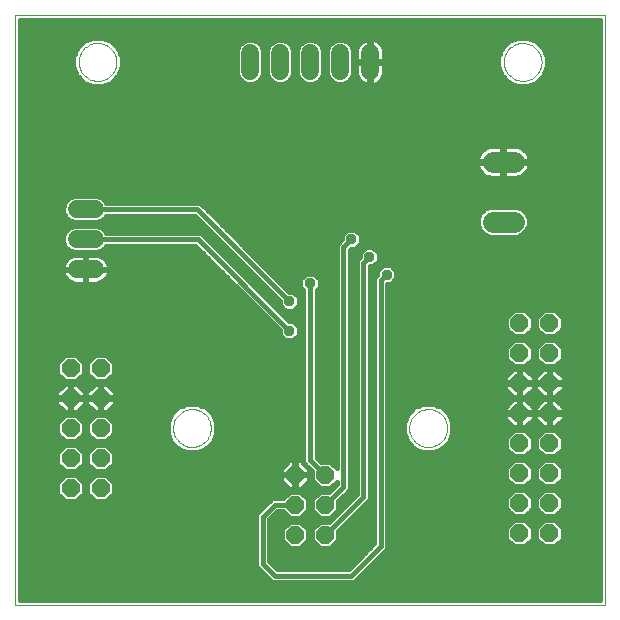
<source format=gbl>
G75*
G70*
%OFA0B0*%
%FSLAX24Y24*%
%IPPOS*%
%LPD*%
%AMOC8*
5,1,8,0,0,1.08239X$1,22.5*
%
%ADD10C,0.0000*%
%ADD11OC8,0.0600*%
%ADD12C,0.0600*%
%ADD13C,0.0705*%
%ADD14C,0.0160*%
%ADD15OC8,0.0356*%
D10*
X000574Y000574D02*
X020259Y000574D01*
X020259Y020259D01*
X000574Y020259D01*
X000574Y000574D01*
X005849Y006479D02*
X005851Y006529D01*
X005857Y006579D01*
X005867Y006628D01*
X005881Y006676D01*
X005898Y006723D01*
X005919Y006768D01*
X005944Y006812D01*
X005972Y006853D01*
X006004Y006892D01*
X006038Y006929D01*
X006075Y006963D01*
X006115Y006993D01*
X006157Y007020D01*
X006201Y007044D01*
X006247Y007065D01*
X006294Y007081D01*
X006342Y007094D01*
X006392Y007103D01*
X006441Y007108D01*
X006492Y007109D01*
X006542Y007106D01*
X006591Y007099D01*
X006640Y007088D01*
X006688Y007073D01*
X006734Y007055D01*
X006779Y007033D01*
X006822Y007007D01*
X006863Y006978D01*
X006902Y006946D01*
X006938Y006911D01*
X006970Y006873D01*
X007000Y006833D01*
X007027Y006790D01*
X007050Y006746D01*
X007069Y006700D01*
X007085Y006652D01*
X007097Y006603D01*
X007105Y006554D01*
X007109Y006504D01*
X007109Y006454D01*
X007105Y006404D01*
X007097Y006355D01*
X007085Y006306D01*
X007069Y006258D01*
X007050Y006212D01*
X007027Y006168D01*
X007000Y006125D01*
X006970Y006085D01*
X006938Y006047D01*
X006902Y006012D01*
X006863Y005980D01*
X006822Y005951D01*
X006779Y005925D01*
X006734Y005903D01*
X006688Y005885D01*
X006640Y005870D01*
X006591Y005859D01*
X006542Y005852D01*
X006492Y005849D01*
X006441Y005850D01*
X006392Y005855D01*
X006342Y005864D01*
X006294Y005877D01*
X006247Y005893D01*
X006201Y005914D01*
X006157Y005938D01*
X006115Y005965D01*
X006075Y005995D01*
X006038Y006029D01*
X006004Y006066D01*
X005972Y006105D01*
X005944Y006146D01*
X005919Y006190D01*
X005898Y006235D01*
X005881Y006282D01*
X005867Y006330D01*
X005857Y006379D01*
X005851Y006429D01*
X005849Y006479D01*
X013723Y006479D02*
X013725Y006529D01*
X013731Y006579D01*
X013741Y006628D01*
X013755Y006676D01*
X013772Y006723D01*
X013793Y006768D01*
X013818Y006812D01*
X013846Y006853D01*
X013878Y006892D01*
X013912Y006929D01*
X013949Y006963D01*
X013989Y006993D01*
X014031Y007020D01*
X014075Y007044D01*
X014121Y007065D01*
X014168Y007081D01*
X014216Y007094D01*
X014266Y007103D01*
X014315Y007108D01*
X014366Y007109D01*
X014416Y007106D01*
X014465Y007099D01*
X014514Y007088D01*
X014562Y007073D01*
X014608Y007055D01*
X014653Y007033D01*
X014696Y007007D01*
X014737Y006978D01*
X014776Y006946D01*
X014812Y006911D01*
X014844Y006873D01*
X014874Y006833D01*
X014901Y006790D01*
X014924Y006746D01*
X014943Y006700D01*
X014959Y006652D01*
X014971Y006603D01*
X014979Y006554D01*
X014983Y006504D01*
X014983Y006454D01*
X014979Y006404D01*
X014971Y006355D01*
X014959Y006306D01*
X014943Y006258D01*
X014924Y006212D01*
X014901Y006168D01*
X014874Y006125D01*
X014844Y006085D01*
X014812Y006047D01*
X014776Y006012D01*
X014737Y005980D01*
X014696Y005951D01*
X014653Y005925D01*
X014608Y005903D01*
X014562Y005885D01*
X014514Y005870D01*
X014465Y005859D01*
X014416Y005852D01*
X014366Y005849D01*
X014315Y005850D01*
X014266Y005855D01*
X014216Y005864D01*
X014168Y005877D01*
X014121Y005893D01*
X014075Y005914D01*
X014031Y005938D01*
X013989Y005965D01*
X013949Y005995D01*
X013912Y006029D01*
X013878Y006066D01*
X013846Y006105D01*
X013818Y006146D01*
X013793Y006190D01*
X013772Y006235D01*
X013755Y006282D01*
X013741Y006330D01*
X013731Y006379D01*
X013725Y006429D01*
X013723Y006479D01*
X016873Y018684D02*
X016875Y018734D01*
X016881Y018784D01*
X016891Y018833D01*
X016905Y018881D01*
X016922Y018928D01*
X016943Y018973D01*
X016968Y019017D01*
X016996Y019058D01*
X017028Y019097D01*
X017062Y019134D01*
X017099Y019168D01*
X017139Y019198D01*
X017181Y019225D01*
X017225Y019249D01*
X017271Y019270D01*
X017318Y019286D01*
X017366Y019299D01*
X017416Y019308D01*
X017465Y019313D01*
X017516Y019314D01*
X017566Y019311D01*
X017615Y019304D01*
X017664Y019293D01*
X017712Y019278D01*
X017758Y019260D01*
X017803Y019238D01*
X017846Y019212D01*
X017887Y019183D01*
X017926Y019151D01*
X017962Y019116D01*
X017994Y019078D01*
X018024Y019038D01*
X018051Y018995D01*
X018074Y018951D01*
X018093Y018905D01*
X018109Y018857D01*
X018121Y018808D01*
X018129Y018759D01*
X018133Y018709D01*
X018133Y018659D01*
X018129Y018609D01*
X018121Y018560D01*
X018109Y018511D01*
X018093Y018463D01*
X018074Y018417D01*
X018051Y018373D01*
X018024Y018330D01*
X017994Y018290D01*
X017962Y018252D01*
X017926Y018217D01*
X017887Y018185D01*
X017846Y018156D01*
X017803Y018130D01*
X017758Y018108D01*
X017712Y018090D01*
X017664Y018075D01*
X017615Y018064D01*
X017566Y018057D01*
X017516Y018054D01*
X017465Y018055D01*
X017416Y018060D01*
X017366Y018069D01*
X017318Y018082D01*
X017271Y018098D01*
X017225Y018119D01*
X017181Y018143D01*
X017139Y018170D01*
X017099Y018200D01*
X017062Y018234D01*
X017028Y018271D01*
X016996Y018310D01*
X016968Y018351D01*
X016943Y018395D01*
X016922Y018440D01*
X016905Y018487D01*
X016891Y018535D01*
X016881Y018584D01*
X016875Y018634D01*
X016873Y018684D01*
X002700Y018684D02*
X002702Y018734D01*
X002708Y018784D01*
X002718Y018833D01*
X002732Y018881D01*
X002749Y018928D01*
X002770Y018973D01*
X002795Y019017D01*
X002823Y019058D01*
X002855Y019097D01*
X002889Y019134D01*
X002926Y019168D01*
X002966Y019198D01*
X003008Y019225D01*
X003052Y019249D01*
X003098Y019270D01*
X003145Y019286D01*
X003193Y019299D01*
X003243Y019308D01*
X003292Y019313D01*
X003343Y019314D01*
X003393Y019311D01*
X003442Y019304D01*
X003491Y019293D01*
X003539Y019278D01*
X003585Y019260D01*
X003630Y019238D01*
X003673Y019212D01*
X003714Y019183D01*
X003753Y019151D01*
X003789Y019116D01*
X003821Y019078D01*
X003851Y019038D01*
X003878Y018995D01*
X003901Y018951D01*
X003920Y018905D01*
X003936Y018857D01*
X003948Y018808D01*
X003956Y018759D01*
X003960Y018709D01*
X003960Y018659D01*
X003956Y018609D01*
X003948Y018560D01*
X003936Y018511D01*
X003920Y018463D01*
X003901Y018417D01*
X003878Y018373D01*
X003851Y018330D01*
X003821Y018290D01*
X003789Y018252D01*
X003753Y018217D01*
X003714Y018185D01*
X003673Y018156D01*
X003630Y018130D01*
X003585Y018108D01*
X003539Y018090D01*
X003491Y018075D01*
X003442Y018064D01*
X003393Y018057D01*
X003343Y018054D01*
X003292Y018055D01*
X003243Y018060D01*
X003193Y018069D01*
X003145Y018082D01*
X003098Y018098D01*
X003052Y018119D01*
X003008Y018143D01*
X002966Y018170D01*
X002926Y018200D01*
X002889Y018234D01*
X002855Y018271D01*
X002823Y018310D01*
X002795Y018351D01*
X002770Y018395D01*
X002749Y018440D01*
X002732Y018487D01*
X002718Y018535D01*
X002708Y018584D01*
X002702Y018634D01*
X002700Y018684D01*
D11*
X002436Y008479D03*
X002436Y007479D03*
X002436Y006479D03*
X002436Y005479D03*
X002436Y004479D03*
X003436Y004479D03*
X003436Y005479D03*
X003436Y006479D03*
X003436Y007479D03*
X003436Y008479D03*
X009916Y004920D03*
X009916Y003920D03*
X009916Y002920D03*
X010916Y002920D03*
X010916Y003920D03*
X010916Y004920D03*
X017397Y004979D03*
X017397Y003979D03*
X018397Y003979D03*
X018397Y004979D03*
X018397Y005979D03*
X018397Y006979D03*
X018397Y007979D03*
X018397Y008979D03*
X018397Y009979D03*
X017397Y009979D03*
X017397Y008979D03*
X017397Y007979D03*
X017397Y006979D03*
X017397Y005979D03*
X017397Y002979D03*
X018397Y002979D03*
D12*
X003236Y011778D02*
X002636Y011778D01*
X002636Y012778D02*
X003236Y012778D01*
X003236Y013778D02*
X002636Y013778D01*
X008416Y018384D02*
X008416Y018984D01*
X009416Y018984D02*
X009416Y018384D01*
X010416Y018384D02*
X010416Y018984D01*
X011416Y018984D02*
X011416Y018384D01*
X012416Y018384D02*
X012416Y018984D01*
D13*
X016507Y015353D02*
X017212Y015353D01*
X017212Y013353D02*
X016507Y013353D01*
D14*
X016064Y013571D02*
X007179Y013571D01*
X007021Y013729D02*
X016186Y013729D01*
X016228Y013771D02*
X016089Y013632D01*
X016014Y013451D01*
X016014Y013255D01*
X016089Y013074D01*
X016228Y012936D01*
X016409Y012861D01*
X017310Y012861D01*
X017491Y012936D01*
X017629Y013074D01*
X017704Y013255D01*
X017704Y013451D01*
X017629Y013632D01*
X017491Y013771D01*
X017310Y013846D01*
X016409Y013846D01*
X016228Y013771D01*
X016014Y013412D02*
X007338Y013412D01*
X007496Y013254D02*
X016015Y013254D01*
X016080Y013095D02*
X011927Y013095D01*
X011926Y013097D02*
X011662Y013097D01*
X011476Y012910D01*
X011476Y012771D01*
X011299Y012594D01*
X011299Y005160D01*
X011098Y005360D01*
X010787Y005360D01*
X010636Y005511D01*
X010636Y011072D01*
X010734Y011170D01*
X010734Y011434D01*
X010548Y011620D01*
X010284Y011620D01*
X010098Y011434D01*
X010098Y011170D01*
X010196Y011072D01*
X010196Y005329D01*
X010476Y005049D01*
X010476Y004738D01*
X010734Y004480D01*
X011098Y004480D01*
X011299Y004680D01*
X011299Y004614D01*
X011045Y004360D01*
X010734Y004360D01*
X010476Y004102D01*
X010476Y003738D01*
X010734Y003480D01*
X011098Y003480D01*
X011356Y003738D01*
X011356Y004049D01*
X011739Y004431D01*
X011739Y012412D01*
X011787Y012460D01*
X011926Y012460D01*
X012112Y012647D01*
X012112Y012910D01*
X011926Y013097D01*
X012086Y012937D02*
X016227Y012937D01*
X017492Y012937D02*
X020079Y012937D01*
X020079Y013095D02*
X017638Y013095D01*
X017703Y013254D02*
X020079Y013254D01*
X020079Y013412D02*
X017704Y013412D01*
X017655Y013571D02*
X020079Y013571D01*
X020079Y013729D02*
X017532Y013729D01*
X017336Y014834D02*
X017254Y014821D01*
X016897Y014821D01*
X016897Y015316D01*
X016897Y015391D01*
X017744Y015391D01*
X017744Y015395D01*
X017731Y015478D01*
X017705Y015558D01*
X017667Y015632D01*
X017618Y015700D01*
X017559Y015759D01*
X017491Y015809D01*
X017416Y015847D01*
X017336Y015873D01*
X017254Y015886D01*
X016897Y015886D01*
X016897Y015391D01*
X016822Y015391D01*
X016822Y015886D01*
X016465Y015886D01*
X016382Y015873D01*
X016302Y015847D01*
X016228Y015809D01*
X016160Y015759D01*
X016100Y015700D01*
X016051Y015632D01*
X016013Y015558D01*
X015987Y015478D01*
X015974Y015395D01*
X015974Y015391D01*
X016822Y015391D01*
X016822Y015316D01*
X016897Y015316D01*
X017744Y015316D01*
X017744Y015311D01*
X017731Y015229D01*
X017705Y015149D01*
X017667Y015074D01*
X017618Y015006D01*
X017559Y014947D01*
X017491Y014898D01*
X017416Y014860D01*
X017336Y014834D01*
X017351Y014839D02*
X020079Y014839D01*
X020079Y014997D02*
X017609Y014997D01*
X017707Y015156D02*
X020079Y015156D01*
X020079Y015314D02*
X017744Y015314D01*
X017732Y015473D02*
X020079Y015473D01*
X020079Y015631D02*
X017668Y015631D01*
X017517Y015790D02*
X020079Y015790D01*
X020079Y015948D02*
X000754Y015948D01*
X000754Y015790D02*
X016201Y015790D01*
X016051Y015631D02*
X000754Y015631D01*
X000754Y015473D02*
X015986Y015473D01*
X015974Y015316D02*
X015974Y015311D01*
X015987Y015229D01*
X016013Y015149D01*
X016051Y015074D01*
X016100Y015006D01*
X016160Y014947D01*
X016228Y014898D01*
X016302Y014860D01*
X016382Y014834D01*
X016465Y014821D01*
X016822Y014821D01*
X016822Y015316D01*
X015974Y015316D01*
X015974Y015314D02*
X000754Y015314D01*
X000754Y015156D02*
X016011Y015156D01*
X016110Y014997D02*
X000754Y014997D01*
X000754Y014839D02*
X016367Y014839D01*
X016822Y014839D02*
X016897Y014839D01*
X016897Y014997D02*
X016822Y014997D01*
X016822Y015156D02*
X016897Y015156D01*
X016897Y015314D02*
X016822Y015314D01*
X016822Y015473D02*
X016897Y015473D01*
X016897Y015631D02*
X016822Y015631D01*
X016822Y015790D02*
X016897Y015790D01*
X017342Y017874D02*
X017664Y017874D01*
X017962Y017997D01*
X018189Y018225D01*
X018313Y018523D01*
X018313Y018845D01*
X018189Y019143D01*
X017962Y019371D01*
X017664Y019494D01*
X017342Y019494D01*
X017044Y019371D01*
X016816Y019143D01*
X016693Y018845D01*
X016693Y018523D01*
X016816Y018225D01*
X017044Y017997D01*
X017342Y017874D01*
X017033Y018009D02*
X012716Y018009D01*
X012729Y018018D02*
X012782Y018071D01*
X012827Y018132D01*
X012861Y018200D01*
X012884Y018272D01*
X012896Y018346D01*
X012896Y018664D01*
X012436Y018664D01*
X012436Y017904D01*
X012454Y017904D01*
X012529Y017916D01*
X012600Y017939D01*
X012668Y017973D01*
X012729Y018018D01*
X012845Y018167D02*
X016874Y018167D01*
X016775Y018326D02*
X012893Y018326D01*
X012896Y018484D02*
X016709Y018484D01*
X016693Y018643D02*
X012896Y018643D01*
X012896Y018704D02*
X012896Y019022D01*
X012884Y019096D01*
X012861Y019168D01*
X012827Y019236D01*
X012782Y019297D01*
X012729Y019350D01*
X012668Y019394D01*
X012600Y019429D01*
X012529Y019452D01*
X012454Y019464D01*
X012436Y019464D01*
X012436Y018704D01*
X012396Y018704D01*
X012396Y018664D01*
X011936Y018664D01*
X011936Y018346D01*
X011948Y018272D01*
X011971Y018200D01*
X012006Y018132D01*
X012050Y018071D01*
X012104Y018018D01*
X012165Y017973D01*
X012232Y017939D01*
X012304Y017916D01*
X012378Y017904D01*
X012396Y017904D01*
X012396Y018664D01*
X012436Y018664D01*
X012436Y018704D01*
X012896Y018704D01*
X012896Y018801D02*
X016693Y018801D01*
X016740Y018960D02*
X012896Y018960D01*
X012877Y019118D02*
X016806Y019118D01*
X016950Y019277D02*
X012797Y019277D01*
X012581Y019435D02*
X017200Y019435D01*
X017805Y019435D02*
X020079Y019435D01*
X020079Y019277D02*
X018055Y019277D01*
X018200Y019118D02*
X020079Y019118D01*
X020079Y018960D02*
X018265Y018960D01*
X018313Y018801D02*
X020079Y018801D01*
X020079Y018643D02*
X018313Y018643D01*
X018297Y018484D02*
X020079Y018484D01*
X020079Y018326D02*
X018231Y018326D01*
X018132Y018167D02*
X020079Y018167D01*
X020079Y018009D02*
X017973Y018009D01*
X020079Y017850D02*
X000754Y017850D01*
X000754Y017692D02*
X020079Y017692D01*
X020079Y017533D02*
X000754Y017533D01*
X000754Y017375D02*
X020079Y017375D01*
X020079Y017216D02*
X000754Y017216D01*
X000754Y017058D02*
X020079Y017058D01*
X020079Y016899D02*
X000754Y016899D01*
X000754Y016741D02*
X020079Y016741D01*
X020079Y016582D02*
X000754Y016582D01*
X000754Y016424D02*
X020079Y016424D01*
X020079Y016265D02*
X000754Y016265D01*
X000754Y016107D02*
X020079Y016107D01*
X020079Y014680D02*
X000754Y014680D01*
X000754Y014522D02*
X020079Y014522D01*
X020079Y014363D02*
X000754Y014363D01*
X000754Y014205D02*
X002515Y014205D01*
X002548Y014218D02*
X002387Y014151D01*
X002263Y014028D01*
X002196Y013866D01*
X002196Y013691D01*
X002263Y013529D01*
X002387Y013405D01*
X002548Y013338D01*
X003323Y013338D01*
X003485Y013405D01*
X003609Y013529D01*
X003621Y013558D01*
X006569Y013558D01*
X009409Y010718D01*
X009048Y010718D01*
X008889Y010876D02*
X009251Y010876D01*
X009409Y010718D02*
X009409Y010580D01*
X009595Y010393D01*
X009859Y010393D01*
X010045Y010580D01*
X010045Y010843D01*
X009859Y011030D01*
X009720Y011030D01*
X006880Y013870D01*
X006751Y013998D01*
X003621Y013998D01*
X003609Y014028D01*
X003485Y014151D01*
X003323Y014218D01*
X002548Y014218D01*
X002281Y014046D02*
X000754Y014046D01*
X000754Y013888D02*
X002205Y013888D01*
X002196Y013729D02*
X000754Y013729D01*
X000754Y013571D02*
X002246Y013571D01*
X002380Y013412D02*
X000754Y013412D01*
X000754Y013254D02*
X006874Y013254D01*
X006715Y013412D02*
X003492Y013412D01*
X003323Y013218D02*
X003485Y013151D01*
X003609Y013028D01*
X003621Y012998D01*
X006767Y012998D01*
X006896Y012870D01*
X009720Y010045D01*
X009859Y010045D01*
X010045Y009859D01*
X010045Y009595D01*
X009859Y009409D01*
X009595Y009409D01*
X009409Y009595D01*
X009409Y009734D01*
X006585Y012558D01*
X003621Y012558D01*
X003609Y012529D01*
X003485Y012405D01*
X003323Y012338D01*
X002548Y012338D01*
X002387Y012405D01*
X002263Y012529D01*
X002196Y012691D01*
X002196Y012866D01*
X002263Y013028D01*
X002387Y013151D01*
X002548Y013218D01*
X003323Y013218D01*
X003541Y013095D02*
X007032Y013095D01*
X007191Y012937D02*
X006829Y012937D01*
X006676Y012778D02*
X002936Y012778D01*
X003541Y012461D02*
X006682Y012461D01*
X006841Y012303D02*
X000754Y012303D01*
X000754Y012461D02*
X002331Y012461D01*
X002225Y012620D02*
X000754Y012620D01*
X000754Y012778D02*
X002196Y012778D01*
X002225Y012937D02*
X000754Y012937D01*
X000754Y013095D02*
X002330Y013095D01*
X002524Y012247D02*
X002452Y012223D01*
X002384Y012189D01*
X002323Y012145D01*
X002270Y012091D01*
X002225Y012030D01*
X002191Y011963D01*
X002168Y011891D01*
X002156Y011816D01*
X002156Y011798D01*
X002916Y011798D01*
X002916Y011758D01*
X002956Y011758D01*
X002956Y011298D01*
X003274Y011298D01*
X003348Y011310D01*
X003420Y011334D01*
X003487Y011368D01*
X003549Y011412D01*
X003602Y011466D01*
X003646Y011527D01*
X003681Y011594D01*
X003704Y011666D01*
X003716Y011741D01*
X003716Y011758D01*
X002956Y011758D01*
X002956Y011798D01*
X003716Y011798D01*
X003716Y011816D01*
X003704Y011891D01*
X003681Y011963D01*
X003646Y012030D01*
X003602Y012091D01*
X003549Y012145D01*
X003487Y012189D01*
X003420Y012223D01*
X003348Y012247D01*
X003274Y012258D01*
X002956Y012258D01*
X002956Y011798D01*
X002916Y011798D01*
X002916Y012258D01*
X002598Y012258D01*
X002524Y012247D01*
X002323Y012144D02*
X000754Y012144D01*
X000754Y011986D02*
X002203Y011986D01*
X002158Y011827D02*
X000754Y011827D01*
X000754Y011669D02*
X002167Y011669D01*
X002168Y011666D02*
X002156Y011741D01*
X002156Y011758D01*
X002916Y011758D01*
X002916Y011298D01*
X002598Y011298D01*
X002524Y011310D01*
X002452Y011334D01*
X002384Y011368D01*
X002323Y011412D01*
X002270Y011466D01*
X002225Y011527D01*
X002191Y011594D01*
X002168Y011666D01*
X002237Y011510D02*
X000754Y011510D01*
X000754Y011352D02*
X002416Y011352D01*
X002916Y011352D02*
X002956Y011352D01*
X002956Y011510D02*
X002916Y011510D01*
X002916Y011669D02*
X002956Y011669D01*
X002956Y011827D02*
X002916Y011827D01*
X002916Y011986D02*
X002956Y011986D01*
X002956Y012144D02*
X002916Y012144D01*
X003549Y012144D02*
X006999Y012144D01*
X007158Y011986D02*
X003669Y011986D01*
X003714Y011827D02*
X007316Y011827D01*
X007475Y011669D02*
X003705Y011669D01*
X003634Y011510D02*
X007633Y011510D01*
X007792Y011352D02*
X003456Y011352D01*
X003618Y008919D02*
X003254Y008919D01*
X002996Y008661D01*
X002996Y008297D01*
X003254Y008039D01*
X003618Y008039D01*
X003876Y008297D01*
X003876Y008661D01*
X003618Y008919D01*
X003722Y008816D02*
X010196Y008816D01*
X010196Y008974D02*
X000754Y008974D01*
X000754Y008816D02*
X002150Y008816D01*
X002254Y008919D02*
X001996Y008661D01*
X001996Y008297D01*
X002254Y008039D01*
X002618Y008039D01*
X002876Y008297D01*
X002876Y008661D01*
X002618Y008919D01*
X002254Y008919D01*
X001996Y008657D02*
X000754Y008657D01*
X000754Y008499D02*
X001996Y008499D01*
X001996Y008340D02*
X000754Y008340D01*
X000754Y008182D02*
X002111Y008182D01*
X002237Y007959D02*
X001956Y007678D01*
X001956Y007499D01*
X002416Y007499D01*
X002416Y007459D01*
X002456Y007459D01*
X002456Y006999D01*
X002635Y006999D01*
X002916Y007280D01*
X002916Y007459D01*
X002456Y007459D01*
X002456Y007499D01*
X002916Y007499D01*
X002916Y007678D01*
X002635Y007959D01*
X002456Y007959D01*
X002456Y007499D01*
X002416Y007499D01*
X002416Y007959D01*
X002237Y007959D01*
X002143Y007865D02*
X000754Y007865D01*
X000754Y008023D02*
X010196Y008023D01*
X010196Y007865D02*
X003729Y007865D01*
X003635Y007959D02*
X003456Y007959D01*
X003456Y007499D01*
X003916Y007499D01*
X003916Y007678D01*
X003635Y007959D01*
X003456Y007865D02*
X003416Y007865D01*
X003416Y007959D02*
X003237Y007959D01*
X002956Y007678D01*
X002956Y007499D01*
X003416Y007499D01*
X003416Y007459D01*
X003456Y007459D01*
X003456Y006999D01*
X003635Y006999D01*
X003916Y007280D01*
X003916Y007459D01*
X003456Y007459D01*
X003456Y007499D01*
X003416Y007499D01*
X003416Y007959D01*
X003143Y007865D02*
X002729Y007865D01*
X002888Y007706D02*
X002984Y007706D01*
X002956Y007548D02*
X002916Y007548D01*
X002956Y007459D02*
X002956Y007280D01*
X003237Y006999D01*
X003416Y006999D01*
X003416Y007459D01*
X002956Y007459D01*
X002956Y007389D02*
X002916Y007389D01*
X002866Y007231D02*
X003006Y007231D01*
X003164Y007072D02*
X002708Y007072D01*
X002618Y006919D02*
X002254Y006919D01*
X001996Y006661D01*
X001996Y006297D01*
X002254Y006039D01*
X002618Y006039D01*
X002876Y006297D01*
X002876Y006661D01*
X002618Y006919D01*
X002624Y006914D02*
X003248Y006914D01*
X003254Y006919D02*
X002996Y006661D01*
X002996Y006297D01*
X003254Y006039D01*
X003618Y006039D01*
X003876Y006297D01*
X003876Y006661D01*
X003618Y006919D01*
X003254Y006919D01*
X003416Y007072D02*
X003456Y007072D01*
X003456Y007231D02*
X003416Y007231D01*
X003416Y007389D02*
X003456Y007389D01*
X003456Y007548D02*
X003416Y007548D01*
X003416Y007706D02*
X003456Y007706D01*
X003888Y007706D02*
X010196Y007706D01*
X010196Y007548D02*
X003916Y007548D01*
X003916Y007389D02*
X010196Y007389D01*
X010196Y007231D02*
X006781Y007231D01*
X006640Y007289D02*
X006318Y007289D01*
X006020Y007166D01*
X005793Y006938D01*
X005669Y006640D01*
X005669Y006318D01*
X005793Y006020D01*
X006020Y005793D01*
X006318Y005669D01*
X006640Y005669D01*
X006938Y005793D01*
X007166Y006020D01*
X007289Y006318D01*
X007289Y006640D01*
X007166Y006938D01*
X006938Y007166D01*
X006640Y007289D01*
X007032Y007072D02*
X010196Y007072D01*
X010196Y006914D02*
X007176Y006914D01*
X007242Y006755D02*
X010196Y006755D01*
X010196Y006597D02*
X007289Y006597D01*
X007289Y006438D02*
X010196Y006438D01*
X010196Y006280D02*
X007273Y006280D01*
X007208Y006121D02*
X010196Y006121D01*
X010196Y005963D02*
X007108Y005963D01*
X006950Y005804D02*
X010196Y005804D01*
X010196Y005646D02*
X003876Y005646D01*
X003876Y005661D02*
X003618Y005919D01*
X003254Y005919D01*
X002996Y005661D01*
X002996Y005297D01*
X003254Y005039D01*
X003618Y005039D01*
X003876Y005297D01*
X003876Y005661D01*
X003876Y005487D02*
X010196Y005487D01*
X010115Y005400D02*
X009936Y005400D01*
X009936Y004940D01*
X009896Y004940D01*
X009896Y004900D01*
X009436Y004900D01*
X009436Y004721D01*
X009717Y004440D01*
X009896Y004440D01*
X009896Y004900D01*
X009936Y004900D01*
X009936Y004440D01*
X010115Y004440D01*
X010396Y004721D01*
X010396Y004900D01*
X009936Y004900D01*
X009936Y004940D01*
X010396Y004940D01*
X010396Y005119D01*
X010115Y005400D01*
X010186Y005329D02*
X010197Y005329D01*
X010345Y005170D02*
X010355Y005170D01*
X010396Y005012D02*
X010476Y005012D01*
X010476Y004853D02*
X010396Y004853D01*
X010370Y004695D02*
X010519Y004695D01*
X010678Y004536D02*
X010211Y004536D01*
X010098Y004360D02*
X009734Y004360D01*
X009514Y004140D01*
X009144Y004140D01*
X008621Y003618D01*
X008621Y001861D01*
X008750Y001732D01*
X009144Y001338D01*
X011885Y001338D01*
X012014Y001467D01*
X012998Y002451D01*
X012998Y011279D01*
X013107Y011279D01*
X013293Y011466D01*
X013293Y011729D01*
X013107Y011915D01*
X012844Y011915D01*
X012657Y011729D01*
X012657Y011590D01*
X012558Y011492D01*
X012558Y002633D01*
X011703Y001778D01*
X009326Y001778D01*
X009061Y002043D01*
X009061Y003435D01*
X009326Y003700D01*
X009514Y003700D01*
X009734Y003480D01*
X010098Y003480D01*
X010356Y003738D01*
X010356Y004102D01*
X010098Y004360D01*
X010239Y004219D02*
X010593Y004219D01*
X010476Y004061D02*
X010356Y004061D01*
X010356Y003902D02*
X010476Y003902D01*
X010476Y003744D02*
X010356Y003744D01*
X010204Y003585D02*
X010629Y003585D01*
X010734Y003360D02*
X010476Y003102D01*
X010476Y002738D01*
X010734Y002480D01*
X011098Y002480D01*
X011356Y002738D01*
X011356Y003049D01*
X012408Y004101D01*
X012408Y011870D01*
X012516Y011870D01*
X012703Y012056D01*
X012703Y012320D01*
X012516Y012506D01*
X012253Y012506D01*
X012067Y012320D01*
X012067Y012181D01*
X011968Y012082D01*
X011968Y004283D01*
X011045Y003360D01*
X010734Y003360D01*
X010642Y003268D02*
X010190Y003268D01*
X010098Y003360D02*
X009734Y003360D01*
X009476Y003102D01*
X009476Y002738D01*
X009734Y002480D01*
X010098Y002480D01*
X010356Y002738D01*
X010356Y003102D01*
X010098Y003360D01*
X010349Y003110D02*
X010484Y003110D01*
X010476Y002951D02*
X010356Y002951D01*
X010356Y002793D02*
X010476Y002793D01*
X010580Y002634D02*
X010253Y002634D01*
X010916Y002920D02*
X012188Y004192D01*
X012188Y011991D01*
X012385Y012188D01*
X012632Y011986D02*
X020079Y011986D01*
X020079Y012144D02*
X012703Y012144D01*
X012703Y012303D02*
X020079Y012303D01*
X020079Y012461D02*
X012561Y012461D01*
X012208Y012461D02*
X011927Y012461D01*
X012067Y012303D02*
X011739Y012303D01*
X011739Y012144D02*
X012030Y012144D01*
X011968Y011986D02*
X011739Y011986D01*
X011739Y011827D02*
X011968Y011827D01*
X011968Y011669D02*
X011739Y011669D01*
X011739Y011510D02*
X011968Y011510D01*
X011968Y011352D02*
X011739Y011352D01*
X011739Y011193D02*
X011968Y011193D01*
X011968Y011035D02*
X011739Y011035D01*
X011739Y010876D02*
X011968Y010876D01*
X011968Y010718D02*
X011739Y010718D01*
X011739Y010559D02*
X011968Y010559D01*
X011968Y010401D02*
X011739Y010401D01*
X011739Y010242D02*
X011968Y010242D01*
X011968Y010084D02*
X011739Y010084D01*
X011739Y009925D02*
X011968Y009925D01*
X011968Y009767D02*
X011739Y009767D01*
X011739Y009608D02*
X011968Y009608D01*
X011968Y009450D02*
X011739Y009450D01*
X011739Y009291D02*
X011968Y009291D01*
X011968Y009133D02*
X011739Y009133D01*
X011739Y008974D02*
X011968Y008974D01*
X011968Y008816D02*
X011739Y008816D01*
X011739Y008657D02*
X011968Y008657D01*
X011968Y008499D02*
X011739Y008499D01*
X011739Y008340D02*
X011968Y008340D01*
X011968Y008182D02*
X011739Y008182D01*
X011739Y008023D02*
X011968Y008023D01*
X011968Y007865D02*
X011739Y007865D01*
X011739Y007706D02*
X011968Y007706D01*
X011968Y007548D02*
X011739Y007548D01*
X011739Y007389D02*
X011968Y007389D01*
X011968Y007231D02*
X011739Y007231D01*
X011739Y007072D02*
X011968Y007072D01*
X011968Y006914D02*
X011739Y006914D01*
X011739Y006755D02*
X011968Y006755D01*
X011968Y006597D02*
X011739Y006597D01*
X011739Y006438D02*
X011968Y006438D01*
X011968Y006280D02*
X011739Y006280D01*
X011739Y006121D02*
X011968Y006121D01*
X011968Y005963D02*
X011739Y005963D01*
X011739Y005804D02*
X011968Y005804D01*
X011968Y005646D02*
X011739Y005646D01*
X011739Y005487D02*
X011968Y005487D01*
X011968Y005329D02*
X011739Y005329D01*
X011739Y005170D02*
X011968Y005170D01*
X011968Y005012D02*
X011739Y005012D01*
X011739Y004853D02*
X011968Y004853D01*
X011968Y004695D02*
X011739Y004695D01*
X011739Y004536D02*
X011968Y004536D01*
X011968Y004378D02*
X011685Y004378D01*
X011519Y004523D02*
X010916Y003920D01*
X011204Y003585D02*
X011270Y003585D01*
X011356Y003744D02*
X011429Y003744D01*
X011356Y003902D02*
X011587Y003902D01*
X011746Y004061D02*
X011368Y004061D01*
X011526Y004219D02*
X011904Y004219D01*
X012209Y003902D02*
X012558Y003902D01*
X012558Y003744D02*
X012051Y003744D01*
X011892Y003585D02*
X012558Y003585D01*
X012558Y003427D02*
X011734Y003427D01*
X011575Y003268D02*
X012558Y003268D01*
X012558Y003110D02*
X011417Y003110D01*
X011356Y002951D02*
X012558Y002951D01*
X012558Y002793D02*
X011356Y002793D01*
X011253Y002634D02*
X012558Y002634D01*
X012401Y002476D02*
X009061Y002476D01*
X009061Y002634D02*
X009580Y002634D01*
X009476Y002793D02*
X009061Y002793D01*
X009061Y002951D02*
X009476Y002951D01*
X009484Y003110D02*
X009061Y003110D01*
X009061Y003268D02*
X009642Y003268D01*
X009629Y003585D02*
X009211Y003585D01*
X009061Y003427D02*
X011112Y003427D01*
X011063Y004378D02*
X003876Y004378D01*
X003876Y004297D02*
X003618Y004039D01*
X003254Y004039D01*
X002996Y004297D01*
X002996Y004661D01*
X003254Y004919D01*
X003618Y004919D01*
X003876Y004661D01*
X003876Y004297D01*
X003798Y004219D02*
X009593Y004219D01*
X009621Y004536D02*
X003876Y004536D01*
X003843Y004695D02*
X009463Y004695D01*
X009436Y004853D02*
X003684Y004853D01*
X003749Y005170D02*
X009487Y005170D01*
X009436Y005119D02*
X009436Y004940D01*
X009896Y004940D01*
X009896Y005400D01*
X009717Y005400D01*
X009436Y005119D01*
X009436Y005012D02*
X000754Y005012D01*
X000754Y005170D02*
X002123Y005170D01*
X001996Y005297D02*
X002254Y005039D01*
X002618Y005039D01*
X002876Y005297D01*
X002876Y005661D01*
X002618Y005919D01*
X002254Y005919D01*
X001996Y005661D01*
X001996Y005297D01*
X001996Y005329D02*
X000754Y005329D01*
X000754Y005487D02*
X001996Y005487D01*
X001996Y005646D02*
X000754Y005646D01*
X000754Y005804D02*
X002139Y005804D01*
X002172Y006121D02*
X000754Y006121D01*
X000754Y005963D02*
X005850Y005963D01*
X005751Y006121D02*
X003700Y006121D01*
X003859Y006280D02*
X005685Y006280D01*
X005669Y006438D02*
X003876Y006438D01*
X003876Y006597D02*
X005669Y006597D01*
X005717Y006755D02*
X003782Y006755D01*
X003624Y006914D02*
X005783Y006914D01*
X005927Y007072D02*
X003708Y007072D01*
X003866Y007231D02*
X006177Y007231D01*
X006009Y005804D02*
X003733Y005804D01*
X003876Y005329D02*
X009646Y005329D01*
X009896Y005329D02*
X009936Y005329D01*
X009936Y005170D02*
X009896Y005170D01*
X009896Y005012D02*
X009936Y005012D01*
X009936Y004853D02*
X009896Y004853D01*
X009896Y004695D02*
X009936Y004695D01*
X009936Y004536D02*
X009896Y004536D01*
X009916Y003920D02*
X009235Y003920D01*
X008841Y003526D01*
X008841Y001952D01*
X009235Y001558D01*
X011794Y001558D01*
X012778Y002542D01*
X012778Y011400D01*
X012975Y011597D01*
X012755Y011827D02*
X012408Y011827D01*
X012408Y011669D02*
X012657Y011669D01*
X012577Y011510D02*
X012408Y011510D01*
X012408Y011352D02*
X012558Y011352D01*
X012558Y011193D02*
X012408Y011193D01*
X012408Y011035D02*
X012558Y011035D01*
X012558Y010876D02*
X012408Y010876D01*
X012408Y010718D02*
X012558Y010718D01*
X012558Y010559D02*
X012408Y010559D01*
X012408Y010401D02*
X012558Y010401D01*
X012558Y010242D02*
X012408Y010242D01*
X012408Y010084D02*
X012558Y010084D01*
X012558Y009925D02*
X012408Y009925D01*
X012408Y009767D02*
X012558Y009767D01*
X012558Y009608D02*
X012408Y009608D01*
X012408Y009450D02*
X012558Y009450D01*
X012558Y009291D02*
X012408Y009291D01*
X012408Y009133D02*
X012558Y009133D01*
X012558Y008974D02*
X012408Y008974D01*
X012408Y008816D02*
X012558Y008816D01*
X012558Y008657D02*
X012408Y008657D01*
X012408Y008499D02*
X012558Y008499D01*
X012558Y008340D02*
X012408Y008340D01*
X012408Y008182D02*
X012558Y008182D01*
X012558Y008023D02*
X012408Y008023D01*
X012408Y007865D02*
X012558Y007865D01*
X012558Y007706D02*
X012408Y007706D01*
X012408Y007548D02*
X012558Y007548D01*
X012558Y007389D02*
X012408Y007389D01*
X012408Y007231D02*
X012558Y007231D01*
X012558Y007072D02*
X012408Y007072D01*
X012408Y006914D02*
X012558Y006914D01*
X012558Y006755D02*
X012408Y006755D01*
X012408Y006597D02*
X012558Y006597D01*
X012558Y006438D02*
X012408Y006438D01*
X012408Y006280D02*
X012558Y006280D01*
X012558Y006121D02*
X012408Y006121D01*
X012408Y005963D02*
X012558Y005963D01*
X012558Y005804D02*
X012408Y005804D01*
X012408Y005646D02*
X012558Y005646D01*
X012558Y005487D02*
X012408Y005487D01*
X012408Y005329D02*
X012558Y005329D01*
X012558Y005170D02*
X012408Y005170D01*
X012408Y005012D02*
X012558Y005012D01*
X012558Y004853D02*
X012408Y004853D01*
X012408Y004695D02*
X012558Y004695D01*
X012558Y004536D02*
X012408Y004536D01*
X012408Y004378D02*
X012558Y004378D01*
X012558Y004219D02*
X012408Y004219D01*
X012368Y004061D02*
X012558Y004061D01*
X012998Y004061D02*
X016957Y004061D01*
X016957Y004161D02*
X016957Y003797D01*
X017214Y003539D01*
X017579Y003539D01*
X017837Y003797D01*
X017837Y004161D01*
X017579Y004419D01*
X017214Y004419D01*
X016957Y004161D01*
X017014Y004219D02*
X012998Y004219D01*
X012998Y004378D02*
X017173Y004378D01*
X017214Y004539D02*
X017579Y004539D01*
X017837Y004797D01*
X017837Y005161D01*
X017579Y005419D01*
X017214Y005419D01*
X016957Y005161D01*
X016957Y004797D01*
X017214Y004539D01*
X017059Y004695D02*
X012998Y004695D01*
X012998Y004853D02*
X016957Y004853D01*
X016957Y005012D02*
X012998Y005012D01*
X012998Y005170D02*
X016965Y005170D01*
X017124Y005329D02*
X012998Y005329D01*
X012998Y005487D02*
X020079Y005487D01*
X020079Y005329D02*
X018669Y005329D01*
X018579Y005419D02*
X018214Y005419D01*
X017957Y005161D01*
X017957Y004797D01*
X018214Y004539D01*
X018579Y004539D01*
X018837Y004797D01*
X018837Y005161D01*
X018579Y005419D01*
X018579Y005539D02*
X018837Y005797D01*
X018837Y006161D01*
X018579Y006419D01*
X018214Y006419D01*
X017957Y006161D01*
X017957Y005797D01*
X018214Y005539D01*
X018579Y005539D01*
X018685Y005646D02*
X020079Y005646D01*
X020079Y005804D02*
X018837Y005804D01*
X018837Y005963D02*
X020079Y005963D01*
X020079Y006121D02*
X018837Y006121D01*
X018718Y006280D02*
X020079Y006280D01*
X020079Y006438D02*
X015163Y006438D01*
X015163Y006318D02*
X015040Y006020D01*
X014812Y005793D01*
X014514Y005669D01*
X014192Y005669D01*
X013894Y005793D01*
X013667Y006020D01*
X013543Y006318D01*
X013543Y006640D01*
X013667Y006938D01*
X013894Y007166D01*
X014192Y007289D01*
X014514Y007289D01*
X014812Y007166D01*
X015040Y006938D01*
X015163Y006640D01*
X015163Y006318D01*
X015147Y006280D02*
X017075Y006280D01*
X016957Y006161D02*
X016957Y005797D01*
X017214Y005539D01*
X017579Y005539D01*
X017837Y005797D01*
X017837Y006161D01*
X017579Y006419D01*
X017214Y006419D01*
X016957Y006161D01*
X016957Y006121D02*
X015082Y006121D01*
X014982Y005963D02*
X016957Y005963D01*
X016957Y005804D02*
X014824Y005804D01*
X015163Y006597D02*
X017100Y006597D01*
X017198Y006499D02*
X016917Y006780D01*
X016917Y006959D01*
X017377Y006959D01*
X017417Y006959D01*
X017417Y006999D01*
X017877Y006999D01*
X017877Y007178D01*
X017595Y007459D01*
X017417Y007459D01*
X017417Y006999D01*
X017377Y006999D01*
X017377Y007459D01*
X017198Y007459D01*
X016917Y007178D01*
X016917Y006999D01*
X017377Y006999D01*
X017377Y006959D01*
X017377Y006499D01*
X017198Y006499D01*
X017377Y006597D02*
X017417Y006597D01*
X017417Y006499D02*
X017595Y006499D01*
X017877Y006780D01*
X017877Y006959D01*
X017417Y006959D01*
X017417Y006499D01*
X017417Y006755D02*
X017377Y006755D01*
X017377Y006914D02*
X017417Y006914D01*
X017417Y007072D02*
X017377Y007072D01*
X017377Y007231D02*
X017417Y007231D01*
X017417Y007389D02*
X017377Y007389D01*
X017377Y007499D02*
X017377Y007959D01*
X017417Y007959D01*
X017417Y007999D01*
X017877Y007999D01*
X017877Y008178D01*
X017595Y008459D01*
X017417Y008459D01*
X017417Y007999D01*
X017377Y007999D01*
X017377Y008459D01*
X017198Y008459D01*
X016917Y008178D01*
X016917Y007999D01*
X017377Y007999D01*
X017377Y007959D01*
X016917Y007959D01*
X016917Y007780D01*
X017198Y007499D01*
X017377Y007499D01*
X017417Y007499D02*
X017595Y007499D01*
X017877Y007780D01*
X017877Y007959D01*
X017417Y007959D01*
X017417Y007499D01*
X017417Y007548D02*
X017377Y007548D01*
X017377Y007706D02*
X017417Y007706D01*
X017417Y007865D02*
X017377Y007865D01*
X017377Y008023D02*
X017417Y008023D01*
X017417Y008182D02*
X017377Y008182D01*
X017377Y008340D02*
X017417Y008340D01*
X017579Y008539D02*
X017214Y008539D01*
X016957Y008797D01*
X016957Y009161D01*
X017214Y009419D01*
X017579Y009419D01*
X017837Y009161D01*
X017837Y008797D01*
X017579Y008539D01*
X017697Y008657D02*
X018096Y008657D01*
X018214Y008539D02*
X017957Y008797D01*
X017957Y009161D01*
X018214Y009419D01*
X018579Y009419D01*
X018837Y009161D01*
X018837Y008797D01*
X018579Y008539D01*
X018214Y008539D01*
X018198Y008459D02*
X017917Y008178D01*
X017917Y007999D01*
X018377Y007999D01*
X018377Y008459D01*
X018198Y008459D01*
X018079Y008340D02*
X017714Y008340D01*
X017873Y008182D02*
X017920Y008182D01*
X017917Y008023D02*
X017877Y008023D01*
X017917Y007959D02*
X017917Y007780D01*
X018198Y007499D01*
X018377Y007499D01*
X018377Y007959D01*
X018417Y007959D01*
X018417Y007999D01*
X018877Y007999D01*
X018877Y008178D01*
X018595Y008459D01*
X018417Y008459D01*
X018417Y007999D01*
X018377Y007999D01*
X018377Y007959D01*
X017917Y007959D01*
X017917Y007865D02*
X017877Y007865D01*
X017802Y007706D02*
X017991Y007706D01*
X018149Y007548D02*
X017644Y007548D01*
X017665Y007389D02*
X018128Y007389D01*
X018198Y007459D02*
X017917Y007178D01*
X017917Y006999D01*
X018377Y006999D01*
X018377Y007459D01*
X018198Y007459D01*
X018377Y007389D02*
X018417Y007389D01*
X018417Y007459D02*
X018417Y006999D01*
X018877Y006999D01*
X018877Y007178D01*
X018595Y007459D01*
X018417Y007459D01*
X018417Y007499D02*
X018595Y007499D01*
X018877Y007780D01*
X018877Y007959D01*
X018417Y007959D01*
X018417Y007499D01*
X018417Y007548D02*
X018377Y007548D01*
X018377Y007706D02*
X018417Y007706D01*
X018417Y007865D02*
X018377Y007865D01*
X018377Y008023D02*
X018417Y008023D01*
X018417Y008182D02*
X018377Y008182D01*
X018377Y008340D02*
X018417Y008340D01*
X018714Y008340D02*
X020079Y008340D01*
X020079Y008182D02*
X018873Y008182D01*
X018877Y008023D02*
X020079Y008023D01*
X020079Y007865D02*
X018877Y007865D01*
X018802Y007706D02*
X020079Y007706D01*
X020079Y007548D02*
X018644Y007548D01*
X018665Y007389D02*
X020079Y007389D01*
X020079Y007231D02*
X018824Y007231D01*
X018877Y007072D02*
X020079Y007072D01*
X020079Y006914D02*
X018877Y006914D01*
X018877Y006959D02*
X018417Y006959D01*
X018417Y006999D01*
X018377Y006999D01*
X018377Y006959D01*
X018417Y006959D01*
X018417Y006499D01*
X018595Y006499D01*
X018877Y006780D01*
X018877Y006959D01*
X018851Y006755D02*
X020079Y006755D01*
X020079Y006597D02*
X018693Y006597D01*
X018417Y006597D02*
X018377Y006597D01*
X018377Y006499D02*
X018377Y006959D01*
X017917Y006959D01*
X017917Y006780D01*
X018198Y006499D01*
X018377Y006499D01*
X018377Y006755D02*
X018417Y006755D01*
X018417Y006914D02*
X018377Y006914D01*
X018377Y007072D02*
X018417Y007072D01*
X018417Y007231D02*
X018377Y007231D01*
X017969Y007231D02*
X017824Y007231D01*
X017877Y007072D02*
X017917Y007072D01*
X017917Y006914D02*
X017877Y006914D01*
X017851Y006755D02*
X017942Y006755D01*
X018100Y006597D02*
X017693Y006597D01*
X017718Y006280D02*
X018075Y006280D01*
X017957Y006121D02*
X017837Y006121D01*
X017837Y005963D02*
X017957Y005963D01*
X017957Y005804D02*
X017837Y005804D01*
X017685Y005646D02*
X018108Y005646D01*
X018124Y005329D02*
X017669Y005329D01*
X017828Y005170D02*
X017965Y005170D01*
X017957Y005012D02*
X017837Y005012D01*
X017837Y004853D02*
X017957Y004853D01*
X018059Y004695D02*
X017734Y004695D01*
X017620Y004378D02*
X018173Y004378D01*
X018214Y004419D02*
X017957Y004161D01*
X017957Y003797D01*
X018214Y003539D01*
X018579Y003539D01*
X018837Y003797D01*
X018837Y004161D01*
X018579Y004419D01*
X018214Y004419D01*
X018014Y004219D02*
X017779Y004219D01*
X017837Y004061D02*
X017957Y004061D01*
X017957Y003902D02*
X017837Y003902D01*
X017783Y003744D02*
X018010Y003744D01*
X018168Y003585D02*
X017625Y003585D01*
X017579Y003419D02*
X017214Y003419D01*
X016957Y003161D01*
X016957Y002797D01*
X017214Y002539D01*
X017579Y002539D01*
X017837Y002797D01*
X017837Y003161D01*
X017579Y003419D01*
X017730Y003268D02*
X018063Y003268D01*
X017957Y003161D02*
X017957Y002797D01*
X018214Y002539D01*
X018579Y002539D01*
X018837Y002797D01*
X018837Y003161D01*
X018579Y003419D01*
X018214Y003419D01*
X017957Y003161D01*
X017957Y003110D02*
X017837Y003110D01*
X017837Y002951D02*
X017957Y002951D01*
X017961Y002793D02*
X017832Y002793D01*
X017674Y002634D02*
X018119Y002634D01*
X018674Y002634D02*
X020079Y002634D01*
X020079Y002476D02*
X012998Y002476D01*
X012998Y002634D02*
X017119Y002634D01*
X016961Y002793D02*
X012998Y002793D01*
X012998Y002951D02*
X016957Y002951D01*
X016957Y003110D02*
X012998Y003110D01*
X012998Y003268D02*
X017063Y003268D01*
X017168Y003585D02*
X012998Y003585D01*
X012998Y003427D02*
X020079Y003427D01*
X020079Y003585D02*
X018625Y003585D01*
X018783Y003744D02*
X020079Y003744D01*
X020079Y003902D02*
X018837Y003902D01*
X018837Y004061D02*
X020079Y004061D01*
X020079Y004219D02*
X018779Y004219D01*
X018620Y004378D02*
X020079Y004378D01*
X020079Y004536D02*
X012998Y004536D01*
X012998Y003902D02*
X016957Y003902D01*
X017010Y003744D02*
X012998Y003744D01*
X012865Y002317D02*
X020079Y002317D01*
X020079Y002159D02*
X012706Y002159D01*
X012548Y002000D02*
X020079Y002000D01*
X020079Y001842D02*
X012389Y001842D01*
X012231Y001683D02*
X020079Y001683D01*
X020079Y001525D02*
X012072Y001525D01*
X011914Y001366D02*
X020079Y001366D01*
X020079Y001208D02*
X000754Y001208D01*
X000754Y001366D02*
X009116Y001366D01*
X008957Y001525D02*
X000754Y001525D01*
X000754Y001683D02*
X008799Y001683D01*
X008640Y001842D02*
X000754Y001842D01*
X000754Y002000D02*
X008621Y002000D01*
X008621Y002159D02*
X000754Y002159D01*
X000754Y002317D02*
X008621Y002317D01*
X008621Y002476D02*
X000754Y002476D01*
X000754Y002634D02*
X008621Y002634D01*
X008621Y002793D02*
X000754Y002793D01*
X000754Y002951D02*
X008621Y002951D01*
X008621Y003110D02*
X000754Y003110D01*
X000754Y003268D02*
X008621Y003268D01*
X008621Y003427D02*
X000754Y003427D01*
X000754Y003585D02*
X008621Y003585D01*
X008748Y003744D02*
X000754Y003744D01*
X000754Y003902D02*
X008906Y003902D01*
X009065Y004061D02*
X003640Y004061D01*
X003232Y004061D02*
X002640Y004061D01*
X002618Y004039D02*
X002876Y004297D01*
X002876Y004661D01*
X002618Y004919D01*
X002254Y004919D01*
X001996Y004661D01*
X001996Y004297D01*
X002254Y004039D01*
X002618Y004039D01*
X002798Y004219D02*
X003074Y004219D01*
X002996Y004378D02*
X002876Y004378D01*
X002876Y004536D02*
X002996Y004536D01*
X003029Y004695D02*
X002843Y004695D01*
X002684Y004853D02*
X003188Y004853D01*
X003123Y005170D02*
X002749Y005170D01*
X002876Y005329D02*
X002996Y005329D01*
X002996Y005487D02*
X002876Y005487D01*
X002876Y005646D02*
X002996Y005646D01*
X003139Y005804D02*
X002733Y005804D01*
X002700Y006121D02*
X003172Y006121D01*
X003013Y006280D02*
X002859Y006280D01*
X002876Y006438D02*
X002996Y006438D01*
X002996Y006597D02*
X002876Y006597D01*
X002782Y006755D02*
X003090Y006755D01*
X002456Y007072D02*
X002416Y007072D01*
X002416Y006999D02*
X002416Y007459D01*
X001956Y007459D01*
X001956Y007280D01*
X002237Y006999D01*
X002416Y006999D01*
X002248Y006914D02*
X000754Y006914D01*
X000754Y007072D02*
X002164Y007072D01*
X002006Y007231D02*
X000754Y007231D01*
X000754Y007389D02*
X001956Y007389D01*
X001956Y007548D02*
X000754Y007548D01*
X000754Y007706D02*
X001984Y007706D01*
X002416Y007706D02*
X002456Y007706D01*
X002456Y007548D02*
X002416Y007548D01*
X002416Y007389D02*
X002456Y007389D01*
X002456Y007231D02*
X002416Y007231D01*
X002090Y006755D02*
X000754Y006755D01*
X000754Y006597D02*
X001996Y006597D01*
X001996Y006438D02*
X000754Y006438D01*
X000754Y006280D02*
X002013Y006280D01*
X002188Y004853D02*
X000754Y004853D01*
X000754Y004695D02*
X002029Y004695D01*
X001996Y004536D02*
X000754Y004536D01*
X000754Y004378D02*
X001996Y004378D01*
X002074Y004219D02*
X000754Y004219D01*
X000754Y004061D02*
X002232Y004061D01*
X000754Y001049D02*
X020079Y001049D01*
X020079Y000891D02*
X000754Y000891D01*
X000754Y000754D02*
X000754Y020079D01*
X020079Y020079D01*
X020079Y000754D01*
X000754Y000754D01*
X002416Y007865D02*
X002456Y007865D01*
X002761Y008182D02*
X003111Y008182D01*
X002996Y008340D02*
X002876Y008340D01*
X002876Y008499D02*
X002996Y008499D01*
X002996Y008657D02*
X002876Y008657D01*
X002722Y008816D02*
X003150Y008816D01*
X003876Y008657D02*
X010196Y008657D01*
X010196Y008499D02*
X003876Y008499D01*
X003876Y008340D02*
X010196Y008340D01*
X010196Y008182D02*
X003761Y008182D01*
X000754Y009133D02*
X010196Y009133D01*
X010196Y009291D02*
X000754Y009291D01*
X000754Y009450D02*
X009555Y009450D01*
X009409Y009608D02*
X000754Y009608D01*
X000754Y009767D02*
X009377Y009767D01*
X009218Y009925D02*
X000754Y009925D01*
X000754Y010084D02*
X009060Y010084D01*
X008901Y010242D02*
X000754Y010242D01*
X000754Y010401D02*
X008743Y010401D01*
X008584Y010559D02*
X000754Y010559D01*
X000754Y010718D02*
X008426Y010718D01*
X008267Y010876D02*
X000754Y010876D01*
X000754Y011035D02*
X008109Y011035D01*
X007950Y011193D02*
X000754Y011193D01*
X002936Y013778D02*
X006660Y013778D01*
X009727Y010711D01*
X009715Y011035D02*
X010196Y011035D01*
X010196Y010876D02*
X010012Y010876D01*
X010045Y010718D02*
X010196Y010718D01*
X010196Y010559D02*
X010025Y010559D01*
X009866Y010401D02*
X010196Y010401D01*
X010196Y010242D02*
X009523Y010242D01*
X009588Y010401D02*
X009365Y010401D01*
X009430Y010559D02*
X009206Y010559D01*
X009093Y011035D02*
X008731Y011035D01*
X008572Y011193D02*
X008934Y011193D01*
X008776Y011352D02*
X008414Y011352D01*
X008255Y011510D02*
X008617Y011510D01*
X008459Y011669D02*
X008097Y011669D01*
X007938Y011827D02*
X008300Y011827D01*
X008142Y011986D02*
X007780Y011986D01*
X007621Y012144D02*
X007983Y012144D01*
X007825Y012303D02*
X007463Y012303D01*
X007304Y012461D02*
X007666Y012461D01*
X007508Y012620D02*
X007146Y012620D01*
X006987Y012778D02*
X007349Y012778D01*
X007655Y013095D02*
X011661Y013095D01*
X011503Y012937D02*
X007813Y012937D01*
X007972Y012778D02*
X011476Y012778D01*
X011324Y012620D02*
X008130Y012620D01*
X008289Y012461D02*
X011299Y012461D01*
X011299Y012303D02*
X008447Y012303D01*
X008606Y012144D02*
X011299Y012144D01*
X011299Y011986D02*
X008764Y011986D01*
X008923Y011827D02*
X011299Y011827D01*
X011299Y011669D02*
X009081Y011669D01*
X009240Y011510D02*
X010175Y011510D01*
X010098Y011352D02*
X009398Y011352D01*
X009557Y011193D02*
X010098Y011193D01*
X010416Y011302D02*
X010416Y005420D01*
X010916Y004920D01*
X011288Y005170D02*
X011299Y005170D01*
X011299Y005329D02*
X011130Y005329D01*
X011299Y005487D02*
X010660Y005487D01*
X010636Y005646D02*
X011299Y005646D01*
X011299Y005804D02*
X010636Y005804D01*
X010636Y005963D02*
X011299Y005963D01*
X011299Y006121D02*
X010636Y006121D01*
X010636Y006280D02*
X011299Y006280D01*
X011299Y006438D02*
X010636Y006438D01*
X010636Y006597D02*
X011299Y006597D01*
X011299Y006755D02*
X010636Y006755D01*
X010636Y006914D02*
X011299Y006914D01*
X011299Y007072D02*
X010636Y007072D01*
X010636Y007231D02*
X011299Y007231D01*
X011299Y007389D02*
X010636Y007389D01*
X010636Y007548D02*
X011299Y007548D01*
X011299Y007706D02*
X010636Y007706D01*
X010636Y007865D02*
X011299Y007865D01*
X011299Y008023D02*
X010636Y008023D01*
X010636Y008182D02*
X011299Y008182D01*
X011299Y008340D02*
X010636Y008340D01*
X010636Y008499D02*
X011299Y008499D01*
X011299Y008657D02*
X010636Y008657D01*
X010636Y008816D02*
X011299Y008816D01*
X011299Y008974D02*
X010636Y008974D01*
X010636Y009133D02*
X011299Y009133D01*
X011299Y009291D02*
X010636Y009291D01*
X010636Y009450D02*
X011299Y009450D01*
X011299Y009608D02*
X010636Y009608D01*
X010636Y009767D02*
X011299Y009767D01*
X011299Y009925D02*
X010636Y009925D01*
X010636Y010084D02*
X011299Y010084D01*
X011299Y010242D02*
X010636Y010242D01*
X010636Y010401D02*
X011299Y010401D01*
X011299Y010559D02*
X010636Y010559D01*
X010636Y010718D02*
X011299Y010718D01*
X011299Y010876D02*
X010636Y010876D01*
X010636Y011035D02*
X011299Y011035D01*
X011299Y011193D02*
X010734Y011193D01*
X010734Y011352D02*
X011299Y011352D01*
X011299Y011510D02*
X010658Y011510D01*
X011519Y012503D02*
X011794Y012778D01*
X011519Y012503D02*
X011519Y004523D01*
X011221Y004536D02*
X011155Y004536D01*
X012998Y005646D02*
X017108Y005646D01*
X016942Y006755D02*
X015116Y006755D01*
X015050Y006914D02*
X016917Y006914D01*
X016917Y007072D02*
X014906Y007072D01*
X014655Y007231D02*
X016969Y007231D01*
X017128Y007389D02*
X012998Y007389D01*
X012998Y007231D02*
X014051Y007231D01*
X013801Y007072D02*
X012998Y007072D01*
X012998Y006914D02*
X013657Y006914D01*
X013591Y006755D02*
X012998Y006755D01*
X012998Y006597D02*
X013543Y006597D01*
X013543Y006438D02*
X012998Y006438D01*
X012998Y006280D02*
X013559Y006280D01*
X013625Y006121D02*
X012998Y006121D01*
X012998Y005963D02*
X013724Y005963D01*
X013883Y005804D02*
X012998Y005804D01*
X012998Y007548D02*
X017149Y007548D01*
X016991Y007706D02*
X012998Y007706D01*
X012998Y007865D02*
X016917Y007865D01*
X016917Y008023D02*
X012998Y008023D01*
X012998Y008182D02*
X016920Y008182D01*
X017079Y008340D02*
X012998Y008340D01*
X012998Y008499D02*
X020079Y008499D01*
X020079Y008657D02*
X018697Y008657D01*
X018837Y008816D02*
X020079Y008816D01*
X020079Y008974D02*
X018837Y008974D01*
X018837Y009133D02*
X020079Y009133D01*
X020079Y009291D02*
X018707Y009291D01*
X018579Y009539D02*
X018837Y009797D01*
X018837Y010161D01*
X018579Y010419D01*
X018214Y010419D01*
X017957Y010161D01*
X017957Y009797D01*
X018214Y009539D01*
X018579Y009539D01*
X018648Y009608D02*
X020079Y009608D01*
X020079Y009450D02*
X012998Y009450D01*
X012998Y009608D02*
X017145Y009608D01*
X017214Y009539D02*
X016957Y009797D01*
X016957Y010161D01*
X017214Y010419D01*
X017579Y010419D01*
X017837Y010161D01*
X017837Y009797D01*
X017579Y009539D01*
X017214Y009539D01*
X017086Y009291D02*
X012998Y009291D01*
X012998Y009133D02*
X016957Y009133D01*
X016957Y008974D02*
X012998Y008974D01*
X012998Y008816D02*
X016957Y008816D01*
X017096Y008657D02*
X012998Y008657D01*
X012998Y009767D02*
X016987Y009767D01*
X016957Y009925D02*
X012998Y009925D01*
X012998Y010084D02*
X016957Y010084D01*
X017037Y010242D02*
X012998Y010242D01*
X012998Y010401D02*
X017196Y010401D01*
X017597Y010401D02*
X018196Y010401D01*
X018037Y010242D02*
X017756Y010242D01*
X017837Y010084D02*
X017957Y010084D01*
X017957Y009925D02*
X017837Y009925D01*
X017806Y009767D02*
X017987Y009767D01*
X018145Y009608D02*
X017648Y009608D01*
X017707Y009291D02*
X018086Y009291D01*
X017957Y009133D02*
X017837Y009133D01*
X017837Y008974D02*
X017957Y008974D01*
X017957Y008816D02*
X017837Y008816D01*
X018806Y009767D02*
X020079Y009767D01*
X020079Y009925D02*
X018837Y009925D01*
X018837Y010084D02*
X020079Y010084D01*
X020079Y010242D02*
X018756Y010242D01*
X018597Y010401D02*
X020079Y010401D01*
X020079Y010559D02*
X012998Y010559D01*
X012998Y010718D02*
X020079Y010718D01*
X020079Y010876D02*
X012998Y010876D01*
X012998Y011035D02*
X020079Y011035D01*
X020079Y011193D02*
X012998Y011193D01*
X013180Y011352D02*
X020079Y011352D01*
X020079Y011510D02*
X013293Y011510D01*
X013293Y011669D02*
X020079Y011669D01*
X020079Y011827D02*
X013195Y011827D01*
X012085Y012620D02*
X020079Y012620D01*
X020079Y012778D02*
X012112Y012778D01*
X010196Y010084D02*
X009682Y010084D01*
X009979Y009925D02*
X010196Y009925D01*
X010196Y009767D02*
X010045Y009767D01*
X010045Y009608D02*
X010196Y009608D01*
X010196Y009450D02*
X009900Y009450D01*
X009727Y009727D02*
X006676Y012778D01*
X006862Y013888D02*
X020079Y013888D01*
X020079Y014046D02*
X003590Y014046D01*
X003357Y014205D02*
X020079Y014205D01*
X020079Y019594D02*
X000754Y019594D01*
X000754Y019752D02*
X020079Y019752D01*
X020079Y019911D02*
X000754Y019911D01*
X000754Y020069D02*
X020079Y020069D01*
X012436Y019435D02*
X012396Y019435D01*
X012396Y019464D02*
X012378Y019464D01*
X012304Y019452D01*
X012232Y019429D01*
X012165Y019394D01*
X012104Y019350D01*
X012050Y019297D01*
X012006Y019236D01*
X011971Y019168D01*
X011948Y019096D01*
X011936Y019022D01*
X011936Y018704D01*
X012396Y018704D01*
X012396Y019464D01*
X012252Y019435D02*
X003632Y019435D01*
X003491Y019494D02*
X003788Y019371D01*
X004016Y019143D01*
X004140Y018845D01*
X004140Y018523D01*
X004016Y018225D01*
X003788Y017997D01*
X003491Y017874D01*
X003169Y017874D01*
X002871Y017997D01*
X002643Y018225D01*
X002520Y018523D01*
X002520Y018845D01*
X002643Y019143D01*
X002871Y019371D01*
X003169Y019494D01*
X003491Y019494D01*
X003882Y019277D02*
X008087Y019277D01*
X008043Y019233D02*
X007976Y019071D01*
X007976Y018296D01*
X008043Y018135D01*
X008167Y018011D01*
X008329Y017944D01*
X008504Y017944D01*
X008665Y018011D01*
X008789Y018135D01*
X008856Y018296D01*
X008856Y019071D01*
X008789Y019233D01*
X008665Y019357D01*
X008504Y019424D01*
X008329Y019424D01*
X008167Y019357D01*
X008043Y019233D01*
X007996Y019118D02*
X004026Y019118D01*
X004092Y018960D02*
X007976Y018960D01*
X007976Y018801D02*
X004140Y018801D01*
X004140Y018643D02*
X007976Y018643D01*
X007976Y018484D02*
X004124Y018484D01*
X004058Y018326D02*
X007976Y018326D01*
X008030Y018167D02*
X003958Y018167D01*
X003800Y018009D02*
X008172Y018009D01*
X008660Y018009D02*
X009172Y018009D01*
X009167Y018011D02*
X009329Y017944D01*
X009504Y017944D01*
X009665Y018011D01*
X009789Y018135D01*
X009856Y018296D01*
X009856Y019071D01*
X009789Y019233D01*
X009665Y019357D01*
X009504Y019424D01*
X009329Y019424D01*
X009167Y019357D01*
X009043Y019233D01*
X008976Y019071D01*
X008976Y018296D01*
X009043Y018135D01*
X009167Y018011D01*
X009030Y018167D02*
X008803Y018167D01*
X008856Y018326D02*
X008976Y018326D01*
X008976Y018484D02*
X008856Y018484D01*
X008856Y018643D02*
X008976Y018643D01*
X008976Y018801D02*
X008856Y018801D01*
X008856Y018960D02*
X008976Y018960D01*
X008996Y019118D02*
X008837Y019118D01*
X008746Y019277D02*
X009087Y019277D01*
X009746Y019277D02*
X010087Y019277D01*
X010043Y019233D02*
X009976Y019071D01*
X009976Y018296D01*
X010043Y018135D01*
X010167Y018011D01*
X010329Y017944D01*
X010504Y017944D01*
X010665Y018011D01*
X010789Y018135D01*
X010856Y018296D01*
X010856Y019071D01*
X010789Y019233D01*
X010665Y019357D01*
X010504Y019424D01*
X010329Y019424D01*
X010167Y019357D01*
X010043Y019233D01*
X009996Y019118D02*
X009837Y019118D01*
X009856Y018960D02*
X009976Y018960D01*
X009976Y018801D02*
X009856Y018801D01*
X009856Y018643D02*
X009976Y018643D01*
X009976Y018484D02*
X009856Y018484D01*
X009856Y018326D02*
X009976Y018326D01*
X010030Y018167D02*
X009803Y018167D01*
X009660Y018009D02*
X010172Y018009D01*
X010660Y018009D02*
X011172Y018009D01*
X011167Y018011D02*
X011329Y017944D01*
X011504Y017944D01*
X011665Y018011D01*
X011789Y018135D01*
X011856Y018296D01*
X011856Y019071D01*
X011789Y019233D01*
X011665Y019357D01*
X011504Y019424D01*
X011329Y019424D01*
X011167Y019357D01*
X011043Y019233D01*
X010976Y019071D01*
X010976Y018296D01*
X011043Y018135D01*
X011167Y018011D01*
X011030Y018167D02*
X010803Y018167D01*
X010856Y018326D02*
X010976Y018326D01*
X010976Y018484D02*
X010856Y018484D01*
X010856Y018643D02*
X010976Y018643D01*
X010976Y018801D02*
X010856Y018801D01*
X010856Y018960D02*
X010976Y018960D01*
X010996Y019118D02*
X010837Y019118D01*
X010746Y019277D02*
X011087Y019277D01*
X011746Y019277D02*
X012036Y019277D01*
X011955Y019118D02*
X011837Y019118D01*
X011856Y018960D02*
X011936Y018960D01*
X011936Y018801D02*
X011856Y018801D01*
X011856Y018643D02*
X011936Y018643D01*
X011936Y018484D02*
X011856Y018484D01*
X011856Y018326D02*
X011939Y018326D01*
X011988Y018167D02*
X011803Y018167D01*
X011660Y018009D02*
X012116Y018009D01*
X012396Y018009D02*
X012436Y018009D01*
X012436Y018167D02*
X012396Y018167D01*
X012396Y018326D02*
X012436Y018326D01*
X012436Y018484D02*
X012396Y018484D01*
X012396Y018643D02*
X012436Y018643D01*
X012436Y018801D02*
X012396Y018801D01*
X012396Y018960D02*
X012436Y018960D01*
X012436Y019118D02*
X012396Y019118D01*
X012396Y019277D02*
X012436Y019277D01*
X003027Y019435D02*
X000754Y019435D01*
X000754Y019277D02*
X002777Y019277D01*
X002633Y019118D02*
X000754Y019118D01*
X000754Y018960D02*
X002567Y018960D01*
X002520Y018801D02*
X000754Y018801D01*
X000754Y018643D02*
X002520Y018643D01*
X002536Y018484D02*
X000754Y018484D01*
X000754Y018326D02*
X002601Y018326D01*
X002701Y018167D02*
X000754Y018167D01*
X000754Y018009D02*
X002859Y018009D01*
X009061Y002317D02*
X012242Y002317D01*
X012084Y002159D02*
X009061Y002159D01*
X009104Y002000D02*
X011925Y002000D01*
X011767Y001842D02*
X009262Y001842D01*
X018730Y003268D02*
X020079Y003268D01*
X020079Y003110D02*
X018837Y003110D01*
X018837Y002951D02*
X020079Y002951D01*
X020079Y002793D02*
X018832Y002793D01*
X018734Y004695D02*
X020079Y004695D01*
X020079Y004853D02*
X018837Y004853D01*
X018837Y005012D02*
X020079Y005012D01*
X020079Y005170D02*
X018828Y005170D01*
D15*
X012975Y011597D03*
X012385Y012188D03*
X011794Y012778D03*
X010416Y011302D03*
X009727Y010711D03*
X009727Y009727D03*
M02*

</source>
